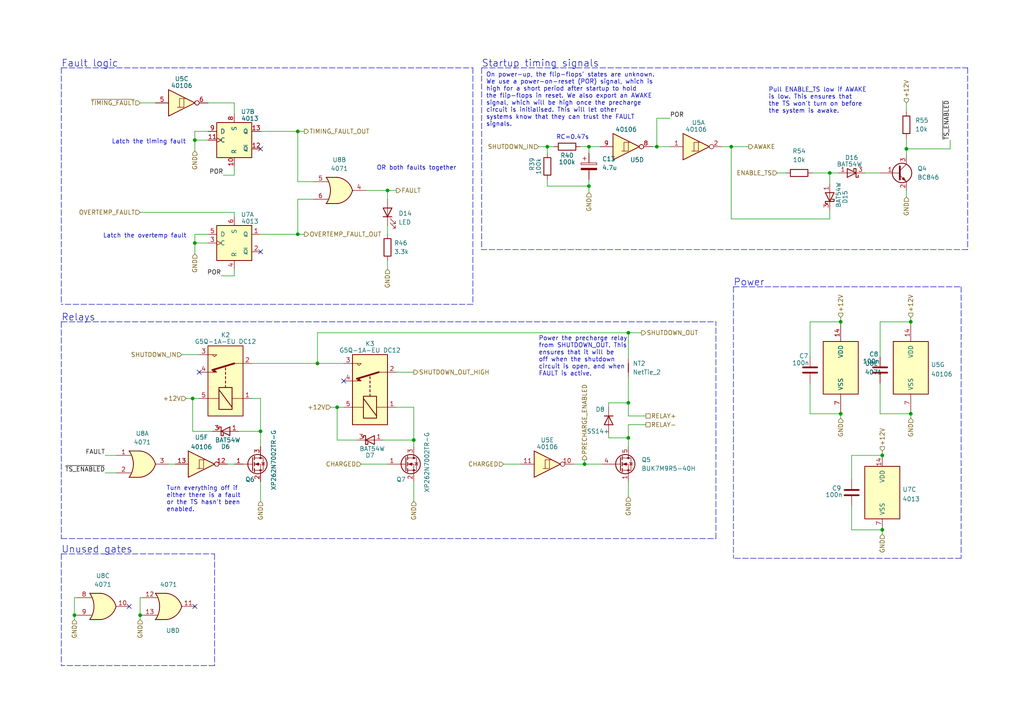
<source format=kicad_sch>
(kicad_sch (version 20211123) (generator eeschema)
  (paper "A4")
  (title_block (title "Precharge LV Side"))
  (lib_symbols
    (symbol "4xxx:40106" (pin_names (offset 1.016))
      (property "Reference" "U" (at 0 1.27 0))
      (property "Value" "40106" (at 0 -1.27 0))
      (symbol "40106_1_0"
        (polyline (pts (xy -0.635 -1.27) (xy -0.635 1.27) (xy 0.635 1.27)))
        (polyline (pts (xy -3.81 3.81) (xy -3.81 -3.81) (xy 3.81 0) (xy -3.81 3.81)) (stroke (width 0.254)) (fill (type background)))
        (polyline (pts (xy -1.27 -1.27) (xy 0.635 -1.27) (xy 0.635 1.27) (xy 1.27 1.27)))
        (pin input line (at -7.62 0 0) (length 3.81) (name "~") (number "1"))
        (pin output inverted (at 7.62 0 180) (length 3.81) (name "~") (number "2"))
      )
      (symbol "40106_2_0"
        (polyline (pts (xy -0.635 -1.27) (xy -0.635 1.27) (xy 0.635 1.27)))
        (polyline (pts (xy -3.81 3.81) (xy -3.81 -3.81) (xy 3.81 0) (xy -3.81 3.81)) (stroke (width 0.254)) (fill (type background)))
        (polyline (pts (xy -1.27 -1.27) (xy 0.635 -1.27) (xy 0.635 1.27) (xy 1.27 1.27)))
        (pin input line (at -7.62 0 0) (length 3.81) (name "~") (number "3"))
        (pin output inverted (at 7.62 0 180) (length 3.81) (name "~") (number "4"))
      )
      (symbol "40106_3_0"
        (polyline (pts (xy -0.635 -1.27) (xy -0.635 1.27) (xy 0.635 1.27)))
        (polyline (pts (xy -3.81 3.81) (xy -3.81 -3.81) (xy 3.81 0) (xy -3.81 3.81)) (stroke (width 0.254)) (fill (type background)))
        (polyline (pts (xy -1.27 -1.27) (xy 0.635 -1.27) (xy 0.635 1.27) (xy 1.27 1.27)))
        (pin input line (at -7.62 0 0) (length 3.81) (name "~") (number "5"))
        (pin output inverted (at 7.62 0 180) (length 3.81) (name "~") (number "6"))
      )
      (symbol "40106_4_0"
        (polyline (pts (xy -0.635 -1.27) (xy -0.635 1.27) (xy 0.635 1.27)))
        (polyline (pts (xy -3.81 3.81) (xy -3.81 -3.81) (xy 3.81 0) (xy -3.81 3.81)) (stroke (width 0.254)) (fill (type background)))
        (polyline (pts (xy -1.27 -1.27) (xy 0.635 -1.27) (xy 0.635 1.27) (xy 1.27 1.27)))
        (pin output inverted (at 7.62 0 180) (length 3.81) (name "~") (number "8"))
        (pin input line (at -7.62 0 0) (length 3.81) (name "~") (number "9"))
      )
      (symbol "40106_5_0"
        (polyline (pts (xy -0.635 -1.27) (xy -0.635 1.27) (xy 0.635 1.27)))
        (polyline (pts (xy -3.81 3.81) (xy -3.81 -3.81) (xy 3.81 0) (xy -3.81 3.81)) (stroke (width 0.254)) (fill (type background)))
        (polyline (pts (xy -1.27 -1.27) (xy 0.635 -1.27) (xy 0.635 1.27) (xy 1.27 1.27)))
        (pin output inverted (at 7.62 0 180) (length 3.81) (name "~") (number "10"))
        (pin input line (at -7.62 0 0) (length 3.81) (name "~") (number "11"))
      )
      (symbol "40106_6_0"
        (polyline (pts (xy -0.635 -1.27) (xy -0.635 1.27) (xy 0.635 1.27)))
        (polyline (pts (xy -3.81 3.81) (xy -3.81 -3.81) (xy 3.81 0) (xy -3.81 3.81)) (stroke (width 0.254)) (fill (type background)))
        (polyline (pts (xy -1.27 -1.27) (xy 0.635 -1.27) (xy 0.635 1.27) (xy 1.27 1.27)))
        (pin output inverted (at 7.62 0 180) (length 3.81) (name "~") (number "12"))
        (pin input line (at -7.62 0 0) (length 3.81) (name "~") (number "13"))
      )
      (symbol "40106_7_0"
        (pin power_in line (at 0 12.7 270) (length 5.08) (name "VDD") (number "14"))
        (pin power_in line (at 0 -12.7 90) (length 5.08) (name "VSS") (number "7"))
      )
      (symbol "40106_7_1"
        (rectangle (start -5.08 7.62) (end 5.08 -7.62) (stroke (width 0.254)) (fill (type background)))
      )
    )
    (symbol "4xxx:4013" (pin_names (offset 1.016))
      (property "Reference" "U" (at -7.62 8.89 0))
      (property "Value" "4013" (at -7.62 -8.89 0))
      (symbol "4013_1_1"
        (rectangle (start -5.08 5.08) (end 5.08 -5.08) (stroke (width 0.254)) (fill (type background)))
        (pin output line (at 7.62 2.54 180) (length 2.54) (name "Q") (number "1"))
        (pin output line (at 7.62 -2.54 180) (length 2.54) (name "~{Q}") (number "2"))
        (pin input clock (at -7.62 0 0) (length 2.54) (name "C") (number "3"))
        (pin input line (at 0 -7.62 90) (length 2.54) (name "R") (number "4"))
        (pin input line (at -7.62 2.54 0) (length 2.54) (name "D") (number "5"))
        (pin input line (at 0 7.62 270) (length 2.54) (name "S") (number "6"))
      )
      (symbol "4013_2_1"
        (rectangle (start -5.08 5.08) (end 5.08 -5.08) (stroke (width 0.254)) (fill (type background)))
        (pin input line (at 0 -7.62 90) (length 2.54) (name "R") (number "10"))
        (pin input clock (at -7.62 0 0) (length 2.54) (name "C") (number "11"))
        (pin output line (at 7.62 -2.54 180) (length 2.54) (name "~{Q}") (number "12"))
        (pin output line (at 7.62 2.54 180) (length 2.54) (name "Q") (number "13"))
        (pin input line (at 0 7.62 270) (length 2.54) (name "S") (number "8"))
        (pin input line (at -7.62 2.54 0) (length 2.54) (name "D") (number "9"))
      )
      (symbol "4013_3_0"
        (pin power_in line (at 0 10.16 270) (length 2.54) (name "VDD") (number "14"))
        (pin power_in line (at 0 -10.16 90) (length 2.54) (name "VSS") (number "7"))
      )
      (symbol "4013_3_1"
        (rectangle (start -5.08 7.62) (end 5.08 -7.62) (stroke (width 0.254)) (fill (type background)))
      )
    )
    (symbol "4xxx:4071" (pin_names (offset 1.016))
      (property "Reference" "U" (at 0 1.27 0))
      (property "Value" "4071" (at 0 -1.27 0))
      (symbol "4071_1_1"
        (arc (start -3.81 -3.81) (mid -2.589 0) (end -3.81 3.81) (stroke (width 0.254)))
        (arc (start -0.6096 -3.81) (mid 2.1855 -2.584) (end 3.81 0) (stroke (width 0.254)) (fill (type background)))
        (polyline (pts (xy -3.81 -3.81) (xy -0.635 -3.81)) (stroke (width 0.254)) (fill (type background)))
        (polyline (pts (xy -3.81 3.81) (xy -0.635 3.81)) (stroke (width 0.254)) (fill (type background)))
        (polyline (pts (xy -0.635 3.81) (xy -3.81 3.81) (xy -3.81 3.81) (xy -3.556 3.4036) (xy -3.0226 2.2606) (xy -2.6924 1.0414) (xy -2.6162 -0.254) (xy -2.7686 -1.4986) (xy -3.175 -2.7178) (xy -3.81 -3.81) (xy -3.81 -3.81) (xy -0.635 -3.81)) (stroke (width -25.4)) (fill (type background)))
        (arc (start 3.81 0) (mid 2.1928 2.5925) (end -0.6096 3.81) (stroke (width 0.254)) (fill (type background)))
        (pin input line (at -7.62 2.54 0) (length 4.318) (name "~") (number "1"))
        (pin input line (at -7.62 -2.54 0) (length 4.318) (name "~") (number "2"))
        (pin output line (at 7.62 0 180) (length 3.81) (name "~") (number "3"))
      )
      (symbol "4071_1_2"
        (arc (start 0 -3.81) (mid 3.81 0) (end 0 3.81) (stroke (width 0.254)) (fill (type background)))
        (polyline (pts (xy 0 3.81) (xy -3.81 3.81) (xy -3.81 -3.81) (xy 0 -3.81)) (stroke (width 0.254)) (fill (type background)))
        (pin input inverted (at -7.62 2.54 0) (length 3.81) (name "~") (number "1"))
        (pin input inverted (at -7.62 -2.54 0) (length 3.81) (name "~") (number "2"))
        (pin output inverted (at 7.62 0 180) (length 3.81) (name "~") (number "3"))
      )
      (symbol "4071_2_1"
        (arc (start -3.81 -3.81) (mid -2.589 0) (end -3.81 3.81) (stroke (width 0.254)))
        (arc (start -0.6096 -3.81) (mid 2.1855 -2.584) (end 3.81 0) (stroke (width 0.254)) (fill (type background)))
        (polyline (pts (xy -3.81 -3.81) (xy -0.635 -3.81)) (stroke (width 0.254)) (fill (type background)))
        (polyline (pts (xy -3.81 3.81) (xy -0.635 3.81)) (stroke (width 0.254)) (fill (type background)))
        (polyline (pts (xy -0.635 3.81) (xy -3.81 3.81) (xy -3.81 3.81) (xy -3.556 3.4036) (xy -3.0226 2.2606) (xy -2.6924 1.0414) (xy -2.6162 -0.254) (xy -2.7686 -1.4986) (xy -3.175 -2.7178) (xy -3.81 -3.81) (xy -3.81 -3.81) (xy -0.635 -3.81)) (stroke (width -25.4)) (fill (type background)))
        (arc (start 3.81 0) (mid 2.1928 2.5925) (end -0.6096 3.81) (stroke (width 0.254)) (fill (type background)))
        (pin output line (at 7.62 0 180) (length 3.81) (name "~") (number "4"))
        (pin input line (at -7.62 2.54 0) (length 4.318) (name "~") (number "5"))
        (pin input line (at -7.62 -2.54 0) (length 4.318) (name "~") (number "6"))
      )
      (symbol "4071_2_2"
        (arc (start 0 -3.81) (mid 3.81 0) (end 0 3.81) (stroke (width 0.254)) (fill (type background)))
        (polyline (pts (xy 0 3.81) (xy -3.81 3.81) (xy -3.81 -3.81) (xy 0 -3.81)) (stroke (width 0.254)) (fill (type background)))
        (pin output inverted (at 7.62 0 180) (length 3.81) (name "~") (number "4"))
        (pin input inverted (at -7.62 2.54 0) (length 3.81) (name "~") (number "5"))
        (pin input inverted (at -7.62 -2.54 0) (length 3.81) (name "~") (number "6"))
      )
      (symbol "4071_3_1"
        (arc (start -3.81 -3.81) (mid -2.589 0) (end -3.81 3.81) (stroke (width 0.254)))
        (arc (start -0.6096 -3.81) (mid 2.1855 -2.584) (end 3.81 0) (stroke (width 0.254)) (fill (type background)))
        (polyline (pts (xy -3.81 -3.81) (xy -0.635 -3.81)) (stroke (width 0.254)) (fill (type background)))
        (polyline (pts (xy -3.81 3.81) (xy -0.635 3.81)) (stroke (width 0.254)) (fill (type background)))
        (polyline (pts (xy -0.635 3.81) (xy -3.81 3.81) (xy -3.81 3.81) (xy -3.556 3.4036) (xy -3.0226 2.2606) (xy -2.6924 1.0414) (xy -2.6162 -0.254) (xy -2.7686 -1.4986) (xy -3.175 -2.7178) (xy -3.81 -3.81) (xy -3.81 -3.81) (xy -0.635 -3.81)) (stroke (width -25.4)) (fill (type background)))
        (arc (start 3.81 0) (mid 2.1928 2.5925) (end -0.6096 3.81) (stroke (width 0.254)) (fill (type background)))
        (pin output line (at 7.62 0 180) (length 3.81) (name "~") (number "10"))
        (pin input line (at -7.62 2.54 0) (length 4.318) (name "~") (number "8"))
        (pin input line (at -7.62 -2.54 0) (length 4.318) (name "~") (number "9"))
      )
      (symbol "4071_3_2"
        (arc (start 0 -3.81) (mid 3.81 0) (end 0 3.81) (stroke (width 0.254)) (fill (type background)))
        (polyline (pts (xy 0 3.81) (xy -3.81 3.81) (xy -3.81 -3.81) (xy 0 -3.81)) (stroke (width 0.254)) (fill (type background)))
        (pin output inverted (at 7.62 0 180) (length 3.81) (name "~") (number "10"))
        (pin input inverted (at -7.62 2.54 0) (length 3.81) (name "~") (number "8"))
        (pin input inverted (at -7.62 -2.54 0) (length 3.81) (name "~") (number "9"))
      )
      (symbol "4071_4_1"
        (arc (start -3.81 -3.81) (mid -2.589 0) (end -3.81 3.81) (stroke (width 0.254)))
        (arc (start -0.6096 -3.81) (mid 2.1855 -2.584) (end 3.81 0) (stroke (width 0.254)) (fill (type background)))
        (polyline (pts (xy -3.81 -3.81) (xy -0.635 -3.81)) (stroke (width 0.254)) (fill (type background)))
        (polyline (pts (xy -3.81 3.81) (xy -0.635 3.81)) (stroke (width 0.254)) (fill (type background)))
        (polyline (pts (xy -0.635 3.81) (xy -3.81 3.81) (xy -3.81 3.81) (xy -3.556 3.4036) (xy -3.0226 2.2606) (xy -2.6924 1.0414) (xy -2.6162 -0.254) (xy -2.7686 -1.4986) (xy -3.175 -2.7178) (xy -3.81 -3.81) (xy -3.81 -3.81) (xy -0.635 -3.81)) (stroke (width -25.4)) (fill (type background)))
        (arc (start 3.81 0) (mid 2.1928 2.5925) (end -0.6096 3.81) (stroke (width 0.254)) (fill (type background)))
        (pin output line (at 7.62 0 180) (length 3.81) (name "~") (number "11"))
        (pin input line (at -7.62 2.54 0) (length 4.318) (name "~") (number "12"))
        (pin input line (at -7.62 -2.54 0) (length 4.318) (name "~") (number "13"))
      )
      (symbol "4071_4_2"
        (arc (start 0 -3.81) (mid 3.81 0) (end 0 3.81) (stroke (width 0.254)) (fill (type background)))
        (polyline (pts (xy 0 3.81) (xy -3.81 3.81) (xy -3.81 -3.81) (xy 0 -3.81)) (stroke (width 0.254)) (fill (type background)))
        (pin output inverted (at 7.62 0 180) (length 3.81) (name "~") (number "11"))
        (pin input inverted (at -7.62 2.54 0) (length 3.81) (name "~") (number "12"))
        (pin input inverted (at -7.62 -2.54 0) (length 3.81) (name "~") (number "13"))
      )
      (symbol "4071_5_0"
        (pin power_in line (at 0 12.7 270) (length 5.08) (name "VDD") (number "14"))
        (pin power_in line (at 0 -12.7 90) (length 5.08) (name "VSS") (number "7"))
      )
      (symbol "4071_5_1"
        (rectangle (start -5.08 7.62) (end 5.08 -7.62) (stroke (width 0.254)) (fill (type background)))
      )
    )
    (symbol "Device:C" (pin_numbers hide) (pin_names (offset 0.254))
      (property "Reference" "C" (at 0.635 2.54 0))
      (property "Value" "C" (at 0.635 -2.54 0))
      (symbol "C_0_1"
        (polyline (pts (xy -2.032 -0.762) (xy 2.032 -0.762)) (stroke (width 0.508)))
        (polyline (pts (xy -2.032 0.762) (xy 2.032 0.762)) (stroke (width 0.508)))
      )
      (symbol "C_1_1"
        (pin passive line (at 0 3.81 270) (length 2.794) (name "~") (number "1"))
        (pin passive line (at 0 -3.81 90) (length 2.794) (name "~") (number "2"))
      )
    )
    (symbol "Device:C_Polarized" (pin_numbers hide) (pin_names (offset 0.254))
      (property "Reference" "C" (at 0.635 2.54 0))
      (property "Value" "C_Polarized" (at 0.635 -2.54 0))
      (symbol "C_Polarized_0_1"
        (rectangle (start -2.286 0.508) (end 2.286 1.016))
        (polyline (pts (xy -1.778 2.286) (xy -0.762 2.286)))
        (polyline (pts (xy -1.27 2.794) (xy -1.27 1.778)))
        (rectangle (start 2.286 -0.508) (end -2.286 -1.016) (fill (type outline)))
      )
      (symbol "C_Polarized_1_1"
        (pin passive line (at 0 3.81 270) (length 2.794) (name "~") (number "1"))
        (pin passive line (at 0 -3.81 90) (length 2.794) (name "~") (number "2"))
      )
    )
    (symbol "Device:D" (pin_numbers hide) (pin_names (offset 1.016) hide)
      (property "Reference" "D" (at 0 2.54 0))
      (property "Value" "D" (at 0 -2.54 0))
      (symbol "D_0_1"
        (polyline (pts (xy -1.27 1.27) (xy -1.27 -1.27)) (stroke (width 0.254)))
        (polyline (pts (xy 1.27 0) (xy -1.27 0)))
        (polyline (pts (xy 1.27 1.27) (xy 1.27 -1.27) (xy -1.27 0) (xy 1.27 1.27)) (stroke (width 0.254)))
      )
      (symbol "D_1_1"
        (pin passive line (at -3.81 0 0) (length 2.54) (name "K") (number "1"))
        (pin passive line (at 3.81 0 180) (length 2.54) (name "A") (number "2"))
      )
    )
    (symbol "Device:LED" (pin_numbers hide) (pin_names (offset 1.016) hide)
      (property "Reference" "D" (at 0 2.54 0))
      (property "Value" "LED" (at 0 -2.54 0))
      (symbol "LED_0_1"
        (polyline (pts (xy -1.27 -1.27) (xy -1.27 1.27)) (stroke (width 0.254)))
        (polyline (pts (xy -1.27 0) (xy 1.27 0)))
        (polyline (pts (xy 1.27 -1.27) (xy 1.27 1.27) (xy -1.27 0) (xy 1.27 -1.27)) (stroke (width 0.254)))
        (polyline (pts (xy -3.048 -0.762) (xy -4.572 -2.286) (xy -3.81 -2.286) (xy -4.572 -2.286) (xy -4.572 -1.524)))
        (polyline (pts (xy -1.778 -0.762) (xy -3.302 -2.286) (xy -2.54 -2.286) (xy -3.302 -2.286) (xy -3.302 -1.524)))
      )
      (symbol "LED_1_1"
        (pin passive line (at -3.81 0 0) (length 2.54) (name "K") (number "1"))
        (pin passive line (at 3.81 0 180) (length 2.54) (name "A") (number "2"))
      )
    )
    (symbol "Device:NetTie_2" (pin_numbers hide) (pin_names (offset 0) hide)
      (property "Reference" "NT" (at 0 1.27 0))
      (property "Value" "NetTie_2" (at 0 -1.27 0))
      (symbol "NetTie_2_0_1"
        (polyline (pts (xy -1.27 0) (xy 1.27 0)) (stroke (width 0.254)))
      )
      (symbol "NetTie_2_1_1"
        (pin passive line (at -2.54 0 0) (length 2.54) (name "1") (number "1"))
        (pin passive line (at 2.54 0 180) (length 2.54) (name "2") (number "2"))
      )
    )
    (symbol "Device:Q_NMOS_GSD" (pin_names (offset 0) hide)
      (property "Reference" "Q" (at 5.08 1.27 0))
      (property "Value" "Q_NMOS_GSD" (at 5.08 -1.27 0))
      (symbol "Q_NMOS_GSD_0_1"
        (polyline (pts (xy 0.254 0) (xy -2.54 0)))
        (polyline (pts (xy 0.254 1.905) (xy 0.254 -1.905)) (stroke (width 0.254)))
        (polyline (pts (xy 0.762 -1.27) (xy 0.762 -2.286)) (stroke (width 0.254)))
        (polyline (pts (xy 0.762 0.508) (xy 0.762 -0.508)) (stroke (width 0.254)))
        (polyline (pts (xy 0.762 2.286) (xy 0.762 1.27)) (stroke (width 0.254)))
        (polyline (pts (xy 2.54 2.54) (xy 2.54 1.778)))
        (polyline (pts (xy 2.54 -2.54) (xy 2.54 0) (xy 0.762 0)))
        (polyline (pts (xy 0.762 -1.778) (xy 3.302 -1.778) (xy 3.302 1.778) (xy 0.762 1.778)))
        (polyline (pts (xy 1.016 0) (xy 2.032 0.381) (xy 2.032 -0.381) (xy 1.016 0)) (fill (type outline)))
        (polyline (pts (xy 2.794 0.508) (xy 2.921 0.381) (xy 3.683 0.381) (xy 3.81 0.254)))
        (polyline (pts (xy 3.302 0.381) (xy 2.921 -0.254) (xy 3.683 -0.254) (xy 3.302 0.381)))
        (circle (center 1.651 0) (radius 2.794) (stroke (width 0.254)))
        (circle (center 2.54 -1.778) (radius 0.254) (fill (type outline)))
        (circle (center 2.54 1.778) (radius 0.254) (fill (type outline)))
      )
      (symbol "Q_NMOS_GSD_1_1"
        (pin input line (at -5.08 0 0) (length 2.54) (name "G") (number "1"))
        (pin passive line (at 2.54 -5.08 90) (length 2.54) (name "S") (number "2"))
        (pin passive line (at 2.54 5.08 270) (length 2.54) (name "D") (number "3"))
      )
    )
    (symbol "Device:R" (pin_numbers hide) (pin_names (offset 0))
      (property "Reference" "R" (at 2.032 0 90))
      (property "Value" "R" (at 0 0 90))
      (symbol "R_0_1"
        (rectangle (start -1.016 -2.54) (end 1.016 2.54) (stroke (width 0.254)))
      )
      (symbol "R_1_1"
        (pin passive line (at 0 3.81 270) (length 1.27) (name "~") (number "1"))
        (pin passive line (at 0 -3.81 90) (length 1.27) (name "~") (number "2"))
      )
    )
    (symbol "Diode:BAT54W" (pin_names (offset 1.016) hide)
      (property "Reference" "D" (at 0 2.54 0))
      (property "Value" "BAT54W" (at 0 -2.54 0))
      (symbol "BAT54W_0_1"
        (polyline (pts (xy 1.27 0) (xy -1.27 0)))
        (polyline (pts (xy 1.27 1.27) (xy 1.27 -1.27) (xy -1.27 0) (xy 1.27 1.27)) (stroke (width 0.254)))
        (polyline (pts (xy -1.905 0.635) (xy -1.905 1.27) (xy -1.27 1.27) (xy -1.27 -1.27) (xy -0.635 -1.27) (xy -0.635 -0.635)) (stroke (width 0.254)))
      )
      (symbol "BAT54W_1_1"
        (pin passive line (at 3.81 0 180) (length 2.54) (name "A") (number "1"))
        (pin no_connect line (at 0 0 90) (length 2.54) hide (name "NC") (number "2"))
        (pin passive line (at -3.81 0 0) (length 2.54) (name "K") (number "3"))
      )
    )
    (symbol "Relay:G5Q-1"
      (property "Reference" "K" (at 11.43 3.81 0))
      (property "Value" "G5Q-1" (at 11.43 1.27 0))
      (symbol "G5Q-1_0_0"
        (polyline (pts (xy 7.62 5.08) (xy 7.62 2.54) (xy 6.985 3.175) (xy 7.62 3.81)))
      )
      (symbol "G5Q-1_0_1"
        (rectangle (start -10.16 5.08) (end 10.16 -5.08) (stroke (width 0.254)) (fill (type background)))
        (rectangle (start -8.255 1.905) (end -1.905 -1.905) (stroke (width 0.254)))
        (polyline (pts (xy -7.62 -1.905) (xy -2.54 1.905)) (stroke (width 0.254)))
        (polyline (pts (xy -5.08 -5.08) (xy -5.08 -1.905)))
        (polyline (pts (xy -5.08 5.08) (xy -5.08 1.905)))
        (polyline (pts (xy -1.905 0) (xy -1.27 0)) (stroke (width 0.254)))
        (polyline (pts (xy -0.635 0) (xy 0 0)) (stroke (width 0.254)))
        (polyline (pts (xy 0.635 0) (xy 1.27 0)) (stroke (width 0.254)))
        (polyline (pts (xy 1.905 0) (xy 2.54 0)) (stroke (width 0.254)))
        (polyline (pts (xy 3.175 0) (xy 3.81 0)) (stroke (width 0.254)))
        (polyline (pts (xy 5.08 -2.54) (xy 3.175 3.81)) (stroke (width 0.508)))
        (polyline (pts (xy 5.08 -2.54) (xy 5.08 -5.08)))
        (polyline (pts (xy 2.54 5.08) (xy 2.54 2.54) (xy 3.175 3.175) (xy 2.54 3.81)) (fill (type outline)))
      )
      (symbol "G5Q-1_1_1"
        (pin passive line (at -5.08 -7.62 90) (length 2.54) (name "~") (number "1"))
        (pin passive line (at 5.08 -7.62 90) (length 2.54) (name "~") (number "2"))
        (pin passive line (at 7.62 7.62 270) (length 2.54) (name "~") (number "3"))
        (pin passive line (at 2.54 7.62 270) (length 2.54) (name "~") (number "4"))
        (pin passive line (at -5.08 7.62 270) (length 2.54) (name "~") (number "5"))
      )
    )
    (symbol "Transistor_BJT:BC846" (pin_names (offset 0) hide)
      (property "Reference" "Q" (at 5.08 1.905 0))
      (property "Value" "BC846" (at 5.08 0 0))
      (symbol "BC846_0_1"
        (polyline (pts (xy 0.635 0.635) (xy 2.54 2.54)))
        (polyline (pts (xy 0.635 -0.635) (xy 2.54 -2.54) (xy 2.54 -2.54)))
        (polyline (pts (xy 0.635 1.905) (xy 0.635 -1.905) (xy 0.635 -1.905)) (stroke (width 0.508)))
        (polyline (pts (xy 1.27 -1.778) (xy 1.778 -1.27) (xy 2.286 -2.286) (xy 1.27 -1.778) (xy 1.27 -1.778)) (fill (type outline)))
        (circle (center 1.27 0) (radius 2.8194) (stroke (width 0.254)))
      )
      (symbol "BC846_1_1"
        (pin input line (at -5.08 0 0) (length 5.715) (name "B") (number "1"))
        (pin passive line (at 2.54 -5.08 90) (length 2.54) (name "E") (number "2"))
        (pin passive line (at 2.54 5.08 270) (length 2.54) (name "C") (number "3"))
      )
    )
    (symbol "Transistor_FET:BUK7M9R9-60EX" (pin_names hide)
      (property "Reference" "Q" (at 5.08 1.905 0))
      (property "Value" "BUK7M9R9-60EX" (at 5.08 0 0))
      (symbol "BUK7M9R9-60EX_0_1"
        (polyline (pts (xy 0.254 0) (xy -2.54 0)))
        (polyline (pts (xy 0.254 1.905) (xy 0.254 -1.905)) (stroke (width 0.254)))
        (polyline (pts (xy 0.762 -1.27) (xy 0.762 -2.286)) (stroke (width 0.254)))
        (polyline (pts (xy 0.762 0.508) (xy 0.762 -0.508)) (stroke (width 0.254)))
        (polyline (pts (xy 0.762 2.286) (xy 0.762 1.27)) (stroke (width 0.254)))
        (polyline (pts (xy 2.54 2.54) (xy 2.54 1.778)))
        (polyline (pts (xy 2.54 -2.54) (xy 2.54 0) (xy 0.762 0)))
        (polyline (pts (xy 0.762 -1.778) (xy 3.302 -1.778) (xy 3.302 1.778) (xy 0.762 1.778)))
        (polyline (pts (xy 1.016 0) (xy 2.032 0.381) (xy 2.032 -0.381) (xy 1.016 0)) (fill (type outline)))
        (polyline (pts (xy 2.794 0.508) (xy 2.921 0.381) (xy 3.683 0.381) (xy 3.81 0.254)))
        (polyline (pts (xy 3.302 0.381) (xy 2.921 -0.254) (xy 3.683 -0.254) (xy 3.302 0.381)))
        (circle (center 1.651 0) (radius 2.794) (stroke (width 0.254)))
        (circle (center 2.54 -1.778) (radius 0.254) (fill (type outline)))
        (circle (center 2.54 1.778) (radius 0.254) (fill (type outline)))
      )
      (symbol "BUK7M9R9-60EX_1_1"
        (pin passive line (at 2.54 -5.08 90) (length 2.54) (name "S") (number "1"))
        (pin passive line (at 2.54 -5.08 90) (length 2.54) hide (name "S") (number "2"))
        (pin passive line (at 2.54 -5.08 90) (length 2.54) hide (name "S") (number "3"))
        (pin passive line (at -5.08 0 0) (length 2.54) (name "G") (number "4"))
        (pin passive line (at 2.54 5.08 270) (length 2.54) (name "D") (number "5"))
      )
    )
  )
  (junction (at 75.565 125.095))
  (junction (at 170.815 42.545))
  (junction (at 212.09 42.545))
  (junction (at 55.88 115.57))
  (junction (at 56.515 40.64))
  (junction (at 182.245 127))
  (junction (at 182.245 96.52))
  (junction (at 86.36 38.1))
  (junction (at 92.075 105.41))
  (junction (at 264.16 93.345))
  (junction (at 40.64 178.435))
  (junction (at 243.84 120.015))
  (junction (at 97.79 118.11))
  (junction (at 262.89 43.18))
  (junction (at 158.75 42.545))
  (junction (at 255.905 153.67))
  (junction (at 243.84 93.345))
  (junction (at 190.5 42.545))
  (junction (at 21.59 178.435))
  (junction (at 169.545 134.62))
  (junction (at 255.905 132.08))
  (junction (at 86.36 67.945))
  (junction (at 264.16 120.015))
  (junction (at 112.395 55.245))
  (junction (at 170.815 53.975))
  (junction (at 182.245 116.84))
  (junction (at 56.515 70.485))
  (junction (at 120.015 127.635))
  (junction (at 240.665 50.165))
  (no_connect (at 99.695 110.49))
  (no_connect (at 75.565 43.18))
  (no_connect (at 75.565 73.025))
  (no_connect (at 57.785 107.95))
  (no_connect (at 37.465 175.895))
  (no_connect (at 56.515 175.895))
  (wire (pts (xy 255.27 120.015) (xy 264.16 120.015)))
  (wire (pts (xy 240.665 50.165) (xy 240.665 53.34)))
  (wire (pts (xy 114.935 107.95) (xy 120.015 107.95)))
  (wire (pts (xy 60.325 67.945) (xy 56.515 67.945)))
  (wire (pts (xy 170.815 53.975) (xy 170.815 55.88)))
  (wire (pts (xy 40.64 173.355) (xy 41.275 173.355)))
  (wire (pts (xy 182.245 109.22) (xy 182.245 116.84)))
  (wire (pts (xy 120.015 118.11) (xy 120.015 127.635)))
  (wire (pts (xy 64.77 50.8) (xy 67.945 50.8)))
  (polyline (pts (xy 280.67 72.39) (xy 139.7 72.39)))
  (wire (pts (xy 262.89 40.005) (xy 262.89 43.18)))
  (wire (pts (xy 176.53 127) (xy 182.245 127)))
  (wire (pts (xy 86.36 38.1) (xy 86.36 52.705)))
  (wire (pts (xy 182.245 96.52) (xy 182.245 104.14)))
  (wire (pts (xy 255.905 132.08) (xy 255.905 132.715)))
  (wire (pts (xy 243.84 120.015) (xy 243.84 121.285)))
  (wire (pts (xy 53.975 115.57) (xy 55.88 115.57)))
  (wire (pts (xy 67.945 78.105) (xy 67.945 80.01)))
  (wire (pts (xy 61.595 125.095) (xy 55.88 125.095)))
  (wire (pts (xy 247.015 139.065) (xy 247.015 132.08)))
  (wire (pts (xy 60.325 29.845) (xy 67.945 29.845)))
  (wire (pts (xy 111.125 127.635) (xy 120.015 127.635)))
  (wire (pts (xy 182.245 123.19) (xy 187.325 123.19)))
  (polyline (pts (xy 17.78 160.655) (xy 17.78 193.04)))
  (wire (pts (xy 234.95 120.015) (xy 243.84 120.015)))
  (polyline (pts (xy 137.16 88.265) (xy 17.78 88.265)))
  (wire (pts (xy 182.245 116.84) (xy 182.245 120.65)))
  (wire (pts (xy 190.5 42.545) (xy 190.5 34.29)))
  (wire (pts (xy 170.815 42.545) (xy 173.99 42.545)))
  (wire (pts (xy 104.775 134.62) (xy 112.395 134.62)))
  (wire (pts (xy 243.84 119.38) (xy 243.84 120.015)))
  (wire (pts (xy 56.515 70.485) (xy 60.325 70.485)))
  (wire (pts (xy 264.16 120.015) (xy 264.16 121.285)))
  (polyline (pts (xy 17.78 160.655) (xy 62.23 160.655)))
  (wire (pts (xy 75.565 125.095) (xy 75.565 115.57)))
  (wire (pts (xy 75.565 115.57) (xy 73.025 115.57)))
  (wire (pts (xy 67.945 61.595) (xy 67.945 62.865)))
  (wire (pts (xy 40.64 29.845) (xy 45.085 29.845)))
  (wire (pts (xy 67.945 48.26) (xy 67.945 50.8)))
  (wire (pts (xy 112.395 75.565) (xy 112.395 78.105)))
  (wire (pts (xy 120.015 139.7) (xy 120.015 145.415)))
  (polyline (pts (xy 62.23 160.655) (xy 62.23 193.04)))
  (wire (pts (xy 255.27 93.345) (xy 264.16 93.345)))
  (polyline (pts (xy 278.765 161.925) (xy 212.725 161.925)))
  (wire (pts (xy 48.895 134.62) (xy 50.8 134.62)))
  (wire (pts (xy 112.395 55.245) (xy 112.395 57.785)))
  (polyline (pts (xy 62.23 193.04) (xy 17.78 193.04)))
  (polyline (pts (xy 278.765 83.185) (xy 278.765 161.925)))
  (wire (pts (xy 86.36 67.945) (xy 88.265 67.945)))
  (wire (pts (xy 168.275 42.545) (xy 170.815 42.545)))
  (wire (pts (xy 182.245 129.54) (xy 182.245 127)))
  (polyline (pts (xy 17.78 93.345) (xy 207.645 93.345)))
  (wire (pts (xy 158.75 52.07) (xy 158.75 53.975)))
  (polyline (pts (xy 212.725 83.185) (xy 278.765 83.185)))
  (wire (pts (xy 21.59 178.435) (xy 21.59 173.355)))
  (wire (pts (xy 92.075 105.41) (xy 92.075 96.52)))
  (wire (pts (xy 40.64 178.435) (xy 41.275 178.435)))
  (wire (pts (xy 209.55 42.545) (xy 212.09 42.545)))
  (wire (pts (xy 56.515 38.1) (xy 56.515 40.64)))
  (wire (pts (xy 33.655 137.16) (xy 30.48 137.16)))
  (wire (pts (xy 234.95 93.345) (xy 243.84 93.345)))
  (wire (pts (xy 240.665 63.5) (xy 212.09 63.5)))
  (polyline (pts (xy 139.7 19.685) (xy 139.7 72.39)))
  (wire (pts (xy 240.665 60.96) (xy 240.665 63.5)))
  (wire (pts (xy 247.015 146.685) (xy 247.015 153.67)))
  (polyline (pts (xy 212.725 83.185) (xy 212.725 161.925)))
  (wire (pts (xy 120.015 127.635) (xy 120.015 129.54)))
  (polyline (pts (xy 280.67 19.685) (xy 280.67 72.39)))
  (wire (pts (xy 55.88 115.57) (xy 57.785 115.57)))
  (wire (pts (xy 255.905 153.035) (xy 255.905 153.67)))
  (wire (pts (xy 56.515 40.64) (xy 56.515 43.815)))
  (polyline (pts (xy 17.78 93.345) (xy 17.78 156.21)))
  (wire (pts (xy 67.945 29.845) (xy 67.945 33.02)))
  (wire (pts (xy 40.64 178.435) (xy 40.64 173.355)))
  (wire (pts (xy 106.045 55.245) (xy 112.395 55.245)))
  (wire (pts (xy 56.515 70.485) (xy 56.515 73.66)))
  (wire (pts (xy 30.48 132.08) (xy 33.655 132.08)))
  (wire (pts (xy 73.025 105.41) (xy 92.075 105.41)))
  (wire (pts (xy 114.935 118.11) (xy 120.015 118.11)))
  (wire (pts (xy 169.545 133.35) (xy 169.545 134.62)))
  (wire (pts (xy 264.16 119.38) (xy 264.16 120.015)))
  (wire (pts (xy 247.015 132.08) (xy 255.905 132.08)))
  (wire (pts (xy 169.545 134.62) (xy 174.625 134.62)))
  (wire (pts (xy 86.36 38.1) (xy 88.265 38.1)))
  (wire (pts (xy 255.27 111.125) (xy 255.27 120.015)))
  (wire (pts (xy 97.79 127.635) (xy 97.79 118.11)))
  (wire (pts (xy 250.825 50.165) (xy 255.27 50.165)))
  (wire (pts (xy 225.425 50.165) (xy 227.965 50.165)))
  (wire (pts (xy 40.64 61.595) (xy 67.945 61.595)))
  (wire (pts (xy 234.95 103.505) (xy 234.95 93.345)))
  (wire (pts (xy 212.09 63.5) (xy 212.09 42.545)))
  (wire (pts (xy 182.245 96.52) (xy 186.055 96.52)))
  (wire (pts (xy 255.905 153.67) (xy 255.905 154.94)))
  (wire (pts (xy 189.23 42.545) (xy 190.5 42.545)))
  (wire (pts (xy 182.245 127) (xy 182.245 123.19)))
  (wire (pts (xy 103.505 127.635) (xy 97.79 127.635)))
  (wire (pts (xy 182.245 139.7) (xy 182.245 144.145)))
  (wire (pts (xy 95.885 118.11) (xy 97.79 118.11)))
  (wire (pts (xy 146.05 134.62) (xy 151.13 134.62)))
  (wire (pts (xy 56.515 67.945) (xy 56.515 70.485)))
  (wire (pts (xy 21.59 178.435) (xy 22.225 178.435)))
  (wire (pts (xy 40.64 179.705) (xy 40.64 178.435)))
  (wire (pts (xy 55.88 125.095) (xy 55.88 115.57)))
  (wire (pts (xy 275.59 43.18) (xy 262.89 43.18)))
  (wire (pts (xy 262.89 29.845) (xy 262.89 32.385)))
  (wire (pts (xy 243.84 93.345) (xy 243.84 93.98)))
  (wire (pts (xy 170.815 42.545) (xy 170.815 44.45)))
  (wire (pts (xy 92.075 96.52) (xy 182.245 96.52)))
  (wire (pts (xy 255.27 103.505) (xy 255.27 93.345)))
  (wire (pts (xy 158.75 42.545) (xy 158.75 44.45)))
  (wire (pts (xy 176.53 118.11) (xy 176.53 116.84)))
  (wire (pts (xy 176.53 125.73) (xy 176.53 127)))
  (wire (pts (xy 92.075 105.41) (xy 99.695 105.41)))
  (wire (pts (xy 262.89 55.245) (xy 262.89 57.15)))
  (wire (pts (xy 176.53 116.84) (xy 182.245 116.84)))
  (polyline (pts (xy 17.78 156.21) (xy 207.645 156.21)))
  (wire (pts (xy 158.75 53.975) (xy 170.815 53.975)))
  (wire (pts (xy 86.36 57.785) (xy 90.805 57.785)))
  (wire (pts (xy 52.705 102.87) (xy 57.785 102.87)))
  (wire (pts (xy 190.5 34.29) (xy 194.31 34.29)))
  (wire (pts (xy 264.16 92.075) (xy 264.16 93.345)))
  (wire (pts (xy 75.565 38.1) (xy 86.36 38.1)))
  (wire (pts (xy 247.015 153.67) (xy 255.905 153.67)))
  (wire (pts (xy 56.515 40.64) (xy 60.325 40.64)))
  (wire (pts (xy 255.905 130.81) (xy 255.905 132.08)))
  (wire (pts (xy 97.79 118.11) (xy 99.695 118.11)))
  (wire (pts (xy 212.09 42.545) (xy 217.17 42.545)))
  (wire (pts (xy 66.04 134.62) (xy 67.945 134.62)))
  (wire (pts (xy 190.5 42.545) (xy 194.31 42.545)))
  (wire (pts (xy 21.59 173.355) (xy 22.225 173.355)))
  (polyline (pts (xy 137.16 19.685) (xy 137.16 88.265)))
  (polyline (pts (xy 139.7 19.685) (xy 280.67 19.685)))
  (polyline (pts (xy 17.78 19.685) (xy 17.78 88.265)))
  (wire (pts (xy 69.215 125.095) (xy 75.565 125.095)))
  (wire (pts (xy 75.565 139.7) (xy 75.565 145.415)))
  (wire (pts (xy 262.89 43.18) (xy 262.89 45.085)))
  (wire (pts (xy 86.36 57.785) (xy 86.36 67.945)))
  (wire (pts (xy 75.565 67.945) (xy 86.36 67.945)))
  (wire (pts (xy 166.37 134.62) (xy 169.545 134.62)))
  (polyline (pts (xy 207.645 156.21) (xy 207.645 93.345)))
  (wire (pts (xy 64.135 80.01) (xy 67.945 80.01)))
  (wire (pts (xy 75.565 129.54) (xy 75.565 125.095)))
  (wire (pts (xy 234.95 111.125) (xy 234.95 120.015)))
  (wire (pts (xy 112.395 65.405) (xy 112.395 67.945)))
  (wire (pts (xy 243.84 92.075) (xy 243.84 93.345)))
  (wire (pts (xy 21.59 179.705) (xy 21.59 178.435)))
  (wire (pts (xy 112.395 55.245) (xy 114.935 55.245)))
  (wire (pts (xy 156.21 42.545) (xy 158.75 42.545)))
  (wire (pts (xy 264.16 93.345) (xy 264.16 93.98)))
  (wire (pts (xy 235.585 50.165) (xy 240.665 50.165)))
  (wire (pts (xy 240.665 50.165) (xy 243.205 50.165)))
  (polyline (pts (xy 17.78 19.685) (xy 137.16 19.685)))
  (wire (pts (xy 170.815 52.07) (xy 170.815 53.975)))
  (wire (pts (xy 86.36 52.705) (xy 90.805 52.705)))
  (wire (pts (xy 158.75 42.545) (xy 160.655 42.545)))
  (wire (pts (xy 60.325 38.1) (xy 56.515 38.1)))
  (wire (pts (xy 275.59 40.64) (xy 275.59 43.18)))
  (wire (pts (xy 187.325 120.65) (xy 182.245 120.65)))
  (text "Latch the timing fault" (at 32.385 41.91 0) (effects (font (size 1.27 1.27)) (justify left bottom)))
  (text "Startup timing signals" (at 139.7 19.685 0) (effects (font (size 2 2)) (justify left bottom)))
  (text "Latch the overtemp fault" (at 29.845 69.215 0) (effects (font (size 1.27 1.27)) (justify left bottom)))
  (text "Power" (at 212.725 83.185 0) (effects (font (size 2 2)) (justify left bottom)))
  (text "On power-up, the flip-flops' states are unknown.\nWe use a power-on-reset (POR) signal, which is\nhigh for a short period after startup to hold\nthe flip-flops in reset. We also export an AWAKE\nsignal, which will be high once the precharge\ncircuit is initialised. This will let other\nsystems know that they can trust the FAULT\nsignals." (at 140.97 36.83 0) (effects (font (size 1.27 1.27)) (justify left bottom)))
  (text "Power the precharge relay\nfrom SHUTDOWN_OUT. This\nensures that it will be\noff when the shutdown\ncircuit is open, and when\nFAULT is active." (at 156.21 109.22 0) (effects (font (size 1.27 1.27)) (justify left bottom)))
  (text "Turn everything off if\neither there is a fault\nor the TS hasn't been\nenabled." (at 48.26 148.59 0) (effects (font (size 1.27 1.27)) (justify left bottom)))
  (text "Fault logic" (at 17.78 19.685 0) (effects (font (size 2 2)) (justify left bottom)))
  (text "Pull ENABLE_TS low if AWAKE\nis low. This ensures that\nthe TS won't turn on before\nthe system is awake." (at 222.885 33.02 0) (effects (font (size 1.27 1.27)) (justify left bottom)))
  (text "OR both faults together" (at 109.22 49.53 0) (effects (font (size 1.27 1.27)) (justify left bottom)))
  (text "RC=0.47s" (at 161.29 40.64 0) (effects (font (size 1.27 1.27)) (justify left bottom)))
  (text "Unused gates" (at 17.78 160.655 0) (effects (font (size 2 2)) (justify left bottom)))
  (text "Relays" (at 17.78 93.345 0) (effects (font (size 2 2)) (justify left bottom)))
  (label "POR" (at 194.31 34.29 0))
  (label "~{TS_ENABLED}" (at 275.59 40.64 90))
  (label "POR" (at 64.135 80.01 180))
  (label "FAULT" (at 30.48 132.08 180))
  (label "~{TS_ENABLED}" (at 30.48 137.16 180))
  (label "POR" (at 64.77 50.8 180))
  (hierarchical_label "GND" (shape input) (at 255.905 154.94 270))
  (hierarchical_label "GND" (shape input) (at 262.89 57.15 270))
  (hierarchical_label "OVERTEMP_FAULT" (shape input) (at 40.64 61.595 180))
  (hierarchical_label "+12V" (shape input) (at 95.885 118.11 180))
  (hierarchical_label "~{TIMING_FAULT}" (shape input) (at 40.64 29.845 180))
  (hierarchical_label "CHARGED" (shape input) (at 104.775 134.62 180))
  (hierarchical_label "+12V" (shape input) (at 262.89 29.845 90))
  (hierarchical_label "SHUTDOWN_OUT" (shape output) (at 186.055 96.52 0))
  (hierarchical_label "GND" (shape input) (at 243.84 121.285 270))
  (hierarchical_label "SHUTDOWN_OUT_HIGH" (shape output) (at 120.015 107.95 0))
  (hierarchical_label "+12V" (shape input) (at 255.905 130.81 90))
  (hierarchical_label "GND" (shape input) (at 182.245 144.145 270))
  (hierarchical_label "FAULT" (shape output) (at 114.935 55.245 0))
  (hierarchical_label "GND" (shape input) (at 75.565 145.415 270))
  (hierarchical_label "RELAY+" (shape passive) (at 187.325 120.65 0))
  (hierarchical_label "RELAY-" (shape passive) (at 187.325 123.19 0))
  (hierarchical_label "GND" (shape input) (at 112.395 78.105 270))
  (hierarchical_label "+12V" (shape input) (at 53.975 115.57 180))
  (hierarchical_label "GND" (shape input) (at 56.515 73.66 270))
  (hierarchical_label "PRECHARGE_ENABLED" (shape output) (at 169.545 133.35 90))
  (hierarchical_label "GND" (shape input) (at 21.59 179.705 270))
  (hierarchical_label "AWAKE" (shape output) (at 217.17 42.545 0))
  (hierarchical_label "GND" (shape input) (at 56.515 43.815 270))
  (hierarchical_label "+12V" (shape input) (at 243.84 92.075 90))
  (hierarchical_label "SHUTDOWN_IN" (shape input) (at 52.705 102.87 180))
  (hierarchical_label "TIMING_FAULT_OUT" (shape output) (at 88.265 38.1 0))
  (hierarchical_label "GND" (shape input) (at 40.64 179.705 270))
  (hierarchical_label "GND" (shape input) (at 264.16 121.285 270))
  (hierarchical_label "SHUTDOWN_IN" (shape input) (at 156.21 42.545 180))
  (hierarchical_label "ENABLE_TS" (shape input) (at 225.425 50.165 180))
  (hierarchical_label "OVERTEMP_FAULT_OUT" (shape output) (at 88.265 67.945 0))
  (hierarchical_label "GND" (shape input) (at 120.015 145.415 270))
  (hierarchical_label "CHARGED" (shape input) (at 146.05 134.62 180))
  (hierarchical_label "GND" (shape input) (at 170.815 55.88 270))
  (hierarchical_label "+12V" (shape input) (at 264.16 92.075 90))
  (symbol (lib_id "Device:C") (at 247.015 142.875 0) (unit 1)
    (property "Reference" "C9" (at 241.3 141.605 0) (effects (justify left)))
    (property "Value" "100n" (at 239.395 143.51 0) (effects (justify left)))
    (property "Footprint" "Capacitor_SMD:C_0603_1608Metric" (effects hide))
  )
  (symbol (lib_id "Relay:G5Q-1") (at 65.405 110.49 90) (unit 1)
    (property "Reference" "K2" (at 65.405 97.155 90))
    (property "Value" "G5Q-1A-EU DC12" (at 65.405 99.06 90))
    (property "Footprint" "SUFST:PCH-112L2MH" (effects hide))
    (property "Datasheet" "https://www.omron.com/ecb/products/pdf/en-g5q.pdf" (effects hide))
  )
  (symbol (lib_id "Device:R") (at 112.395 71.755 0) (unit 1)
    (property "Reference" "R46" (at 114.3 70.4849 0) (effects (justify left)))
    (property "Value" "3.3k" (at 114.3 73.0249 0) (effects (justify left)))
    (property "Footprint" "Resistor_SMD:R_0603_1608Metric" (effects hide))
  )
  (symbol (lib_id "4xxx:40106") (at 181.61 42.545 0) (unit 4)
    (property "Reference" "U5" (at 184.785 46.355 0))
    (property "Value" "40106" (at 181.61 37.5436 0))
    (property "Footprint" "Package_SO:SOIC-14_3.9x8.7mm_P1.27mm" (effects hide))
    (property "Datasheet" "https://assets.nexperia.com/documents/data-sheet/HEF40106B.pdf" (effects hide))
  )
  (symbol (lib_id "4xxx:4013") (at 255.905 142.875 0) (unit 3)
    (property "Reference" "U7" (at 261.747 141.9665 0) (effects (justify left)))
    (property "Value" "4013" (at 261.747 144.7416 0) (effects (justify left)))
    (property "Footprint" "Package_SO:SOIC-14_3.9x8.7mm_P1.27mm" (effects hide))
    (property "Datasheet" "http://www.onsemi.com/pub/Collateral/MC14013B-D.PDF" (effects hide))
  )
  (symbol (lib_id "4xxx:4071") (at 98.425 55.245 0) (unit 2)
    (property "Reference" "U8" (at 98.425 46.355 0))
    (property "Value" "4071" (at 98.425 48.895 0))
    (property "Footprint" "Package_SO:SOIC-14_3.9x8.7mm_P1.27mm" (effects hide))
    (property "Datasheet" "http://www.intersil.com/content/dam/Intersil/documents/cd40/cd4071bms-72bms-75bms.pdf" (effects hide))
  )
  (symbol (lib_id "Relay:G5Q-1") (at 107.315 113.03 90) (unit 1)
    (property "Reference" "K3" (at 107.315 99.695 90))
    (property "Value" "G5Q-1A-EU DC12" (at 107.315 101.6 90))
    (property "Footprint" "SUFST:PCH-112L2MH" (effects hide))
    (property "Datasheet" "https://www.omron.com/ecb/products/pdf/en-g5q.pdf" (effects hide))
  )
  (symbol (lib_id "4xxx:40106") (at 264.16 106.68 0) (unit 7)
    (property "Reference" "U5" (at 270.002 105.7715 0) (effects (justify left)))
    (property "Value" "40106" (at 270.002 108.5466 0) (effects (justify left)))
    (property "Footprint" "Package_SO:SOIC-14_3.9x8.7mm_P1.27mm" (effects hide))
    (property "Datasheet" "https://assets.nexperia.com/documents/data-sheet/HEF40106B.pdf" (effects hide))
  )
  (symbol (lib_id "Diode:BAT54W") (at 65.405 125.095 0) (unit 1)
    (property "Reference" "D6" (at 65.405 129.54 0))
    (property "Value" "BAT54W" (at 66.04 127.635 0))
    (property "Footprint" "Package_TO_SOT_SMD:SOT-323_SC-70" (effects hide))
    (property "Datasheet" "https://assets.nexperia.com/documents/data-sheet/BAT54W_SER.pdf" (effects hide))
  )
  (symbol (lib_id "Diode:BAT54W") (at 107.315 127.635 0) (unit 1)
    (property "Reference" "D7" (at 107.315 132.08 0))
    (property "Value" "BAT54W" (at 107.95 130.175 0))
    (property "Footprint" "Package_TO_SOT_SMD:SOT-323_SC-70" (effects hide))
    (property "Datasheet" "https://assets.nexperia.com/documents/data-sheet/BAT54W_SER.pdf" (effects hide))
  )
  (symbol (lib_id "4xxx:4071") (at 243.84 106.68 0) (unit 5)
    (property "Reference" "U8" (at 250.825 105.4099 0) (effects (justify left)))
    (property "Value" "4071" (at 250.825 107.9499 0) (effects (justify left)))
    (property "Footprint" "Package_SO:SOIC-14_3.9x8.7mm_P1.27mm" (effects hide))
    (property "Datasheet" "http://www.intersil.com/content/dam/Intersil/documents/cd40/cd4071bms-72bms-75bms.pdf" (effects hide))
  )
  (symbol (lib_id "4xxx:4071") (at 29.845 175.895 0) (unit 3)
    (property "Reference" "U8" (at 29.845 167.005 0))
    (property "Value" "4071" (at 29.845 169.545 0))
    (property "Footprint" "Package_SO:SOIC-14_3.9x8.7mm_P1.27mm" (effects hide))
    (property "Datasheet" "http://www.intersil.com/content/dam/Intersil/documents/cd40/cd4071bms-72bms-75bms.pdf" (effects hide))
  )
  (symbol (lib_id "Device:LED") (at 112.395 61.595 90) (unit 1)
    (property "Reference" "D14" (at 115.57 61.9124 90) (effects (justify right)))
    (property "Value" "LED" (at 115.57 64.4524 90) (effects (justify right)))
    (property "Footprint" "LED_SMD:LED_0603_1608Metric" (effects hide))
  )
  (symbol (lib_id "Device:R") (at 164.465 42.545 270) (unit 1)
    (property "Reference" "R40" (at 164.465 45.085 90))
    (property "Value" "100k" (at 164.465 46.99 90))
    (property "Footprint" "Resistor_SMD:R_0603_1608Metric" (effects hide))
  )
  (symbol (lib_id "Diode:BAT54W") (at 247.015 50.165 180) (unit 1)
    (property "Reference" "D16" (at 247.015 45.72 0))
    (property "Value" "BAT54W" (at 246.38 47.625 0))
    (property "Footprint" "Package_TO_SOT_SMD:SOT-323_SC-70" (effects hide))
    (property "Datasheet" "https://assets.nexperia.com/documents/data-sheet/BAT54W_SER.pdf" (effects hide))
  )
  (symbol (lib_id "Device:NetTie_2") (at 182.245 106.68 90) (unit 1)
    (property "Reference" "NT2" (at 183.515 105.4099 90) (effects (justify right)))
    (property "Value" "NetTie_2" (at 183.515 107.9499 90) (effects (justify right)))
    (property "Footprint" "NetTie:NetTie-2_SMD_Pad0.5mm" (effects hide))
  )
  (symbol (lib_id "Device:C") (at 234.95 107.315 0) (unit 1)
    (property "Reference" "C7" (at 231.775 103.251 0) (effects (justify left)))
    (property "Value" "100n" (at 229.743 105.283 0) (effects (justify left)))
    (property "Footprint" "Capacitor_SMD:C_0603_1608Metric" (effects hide))
  )
  (symbol (lib_id "4xxx:4013") (at 67.945 70.485 0) (unit 1)
    (property "Reference" "U7" (at 69.85 62.23 0) (effects (justify left)))
    (property "Value" "4013" (at 69.9644 64.2136 0) (effects (justify left)))
    (property "Footprint" "Package_SO:SOIC-14_3.9x8.7mm_P1.27mm" (effects hide))
    (property "Datasheet" "http://www.onsemi.com/pub/Collateral/MC14013B-D.PDF" (effects hide))
  )
  (symbol (lib_id "4xxx:40106") (at 201.93 42.545 0) (unit 1)
    (property "Reference" "U5" (at 202.565 35.56 0))
    (property "Value" "40106" (at 201.93 37.5436 0))
    (property "Footprint" "Package_SO:SOIC-14_3.9x8.7mm_P1.27mm" (effects hide))
    (property "Datasheet" "https://assets.nexperia.com/documents/data-sheet/HEF40106B.pdf" (effects hide))
  )
  (symbol (lib_id "4xxx:40106") (at 58.42 134.62 0) (unit 6)
    (property "Reference" "U5" (at 58.42 126.8435 0))
    (property "Value" "40106" (at 58.42 129.6186 0))
    (property "Footprint" "Package_SO:SOIC-14_3.9x8.7mm_P1.27mm" (effects hide))
    (property "Datasheet" "https://assets.nexperia.com/documents/data-sheet/HEF40106B.pdf" (effects hide))
  )
  (symbol (lib_id "Device:Q_NMOS_GSD") (at 117.475 134.62 0) (unit 1)
    (property "Reference" "Q7" (at 114.935 139.065 0) (effects (justify left)))
    (property "Value" "XP262N7002TR-G" (at 123.825 142.875 90) (effects (justify left)))
    (property "Footprint" "Package_TO_SOT_SMD:SOT-23" (effects hide))
  )
  (symbol (lib_id "Transistor_BJT:BC846") (at 260.35 50.165 0) (unit 1)
    (property "Reference" "Q4" (at 266.065 48.8949 0) (effects (justify left)))
    (property "Value" "BC846" (at 266.065 51.4349 0) (effects (justify left)))
    (property "Footprint" "Package_TO_SOT_SMD:SOT-23" (effects hide))
    (property "Datasheet" "https://assets.nexperia.com/documents/data-sheet/BC846_SER.pdf" (effects hide))
  )
  (symbol (lib_id "Diode:BAT54W") (at 240.665 57.15 90) (unit 1)
    (property "Reference" "D15" (at 245.11 57.15 0))
    (property "Value" "BAT54W" (at 243.205 56.515 0))
    (property "Footprint" "Package_TO_SOT_SMD:SOT-323_SC-70" (effects hide))
    (property "Datasheet" "https://assets.nexperia.com/documents/data-sheet/BAT54W_SER.pdf" (effects hide))
  )
  (symbol (lib_id "Device:R") (at 158.75 48.26 0) (unit 1)
    (property "Reference" "R39" (at 154.305 47.625 90))
    (property "Value" "100k" (at 156.21 48.26 90))
    (property "Footprint" "Resistor_SMD:R_0603_1608Metric" (effects hide))
  )
  (symbol (lib_id "Device:Q_NMOS_GSD") (at 73.025 134.62 0) (unit 1)
    (property "Reference" "Q6" (at 71.12 139.065 0) (effects (justify left)))
    (property "Value" "XP262N7002TR-G" (at 79.375 142.24 90) (effects (justify left)))
    (property "Footprint" "Package_TO_SOT_SMD:SOT-23" (effects hide))
  )
  (symbol (lib_id "4xxx:4013") (at 67.945 40.64 0) (unit 2)
    (property "Reference" "U7" (at 69.85 32.385 0) (effects (justify left)))
    (property "Value" "4013" (at 69.9644 34.3686 0) (effects (justify left)))
    (property "Footprint" "Package_SO:SOIC-14_3.9x8.7mm_P1.27mm" (effects hide))
    (property "Datasheet" "http://www.onsemi.com/pub/Collateral/MC14013B-D.PDF" (effects hide))
  )
  (symbol (lib_id "Device:D") (at 176.53 121.92 270) (unit 1)
    (property "Reference" "D8" (at 172.72 118.745 90) (effects (justify left)))
    (property "Value" "SS14+" (at 170.18 125.095 90) (effects (justify left)))
    (property "Footprint" "Diode_SMD:D_SMA" (effects hide))
  )
  (symbol (lib_id "Transistor_FET:BUK7M9R9-60EX") (at 179.705 134.62 0) (unit 1)
    (property "Reference" "Q5" (at 186.055 133.3499 0) (effects (justify left)))
    (property "Value" "BUK7M9R5-40H" (at 186.055 135.8899 0) (effects (justify left)))
    (property "Footprint" "Package_TO_SOT_SMD:LFPAK33" (effects hide))
    (property "Datasheet" "https://assets.nexperia.com/documents/data-sheet/BUK7M9R9-60E.pdf" (effects hide))
  )
  (symbol (lib_id "4xxx:40106") (at 52.705 29.845 0) (unit 3)
    (property "Reference" "U5" (at 52.705 22.86 0))
    (property "Value" "40106" (at 52.705 24.8436 0))
    (property "Footprint" "Package_SO:SOIC-14_3.9x8.7mm_P1.27mm" (effects hide))
    (property "Datasheet" "https://assets.nexperia.com/documents/data-sheet/HEF40106B.pdf" (effects hide))
  )
  (symbol (lib_id "Device:C_Polarized") (at 170.815 48.26 0) (unit 1)
    (property "Reference" "C13" (at 174.625 46.1009 0) (effects (justify left)))
    (property "Value" "4.7u" (at 174.625 48.6409 0) (effects (justify left)))
    (property "Footprint" "Capacitor_THT:CP_Radial_D5.0mm_P2.00mm" (effects hide))
  )
  (symbol (lib_id "4xxx:4071") (at 41.275 134.62 0) (unit 1)
    (property "Reference" "U8" (at 41.275 125.73 0))
    (property "Value" "4071" (at 41.275 128.27 0))
    (property "Footprint" "Package_SO:SOIC-14_3.9x8.7mm_P1.27mm" (effects hide))
    (property "Datasheet" "http://www.intersil.com/content/dam/Intersil/documents/cd40/cd4071bms-72bms-75bms.pdf" (effects hide))
  )
  (symbol (lib_id "Device:R") (at 231.775 50.165 90) (unit 1)
    (property "Reference" "R54" (at 231.775 43.815 90))
    (property "Value" "10k" (at 231.775 46.355 90))
    (property "Footprint" "Resistor_SMD:R_0603_1608Metric" (effects hide))
  )
  (symbol (lib_id "4xxx:4071") (at 48.895 175.895 0) (unit 4)
    (property "Reference" "U8" (at 50.165 182.88 0))
    (property "Value" "4071" (at 48.895 169.545 0))
    (property "Footprint" "Package_SO:SOIC-14_3.9x8.7mm_P1.27mm" (effects hide))
    (property "Datasheet" "http://www.intersil.com/content/dam/Intersil/documents/cd40/cd4071bms-72bms-75bms.pdf" (effects hide))
  )
  (symbol (lib_id "Device:C") (at 255.27 107.315 0) (unit 1)
    (property "Reference" "C8" (at 252.095 102.743 0) (effects (justify left)))
    (property "Value" "100n" (at 250.19 104.775 0) (effects (justify left)))
    (property "Footprint" "Capacitor_SMD:C_0603_1608Metric" (effects hide))
  )
  (symbol (lib_id "Device:R") (at 262.89 36.195 0) (unit 1)
    (property "Reference" "R55" (at 265.43 34.9249 0) (effects (justify left)))
    (property "Value" "10k" (at 265.43 37.4649 0) (effects (justify left)))
    (property "Footprint" "Resistor_SMD:R_0603_1608Metric" (effects hide))
  )
  (symbol (lib_id "4xxx:40106") (at 158.75 134.62 0) (unit 5)
    (property "Reference" "U5" (at 158.75 127.635 0))
    (property "Value" "40106" (at 158.75 129.6186 0))
    (property "Footprint" "Package_SO:SOIC-14_3.9x8.7mm_P1.27mm" (effects hide))
    (property "Datasheet" "https://assets.nexperia.com/documents/data-sheet/HEF40106B.pdf" (effects hide))
  )
)
</source>
